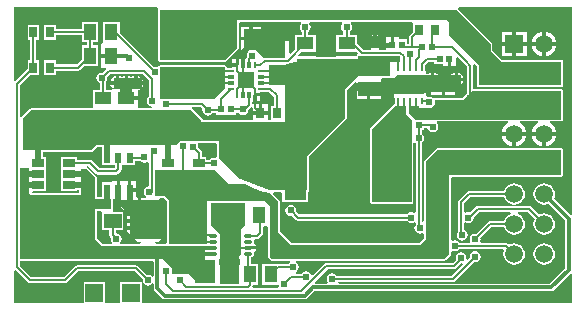
<source format=gtl>
%FSLAX25Y25*%
%MOIN*%
G70*
G01*
G75*
G04 Layer_Physical_Order=1*
G04 Layer_Color=255*
%ADD10R,0.02165X0.03740*%
%ADD11R,0.04400X0.05700*%
%ADD12R,0.06890X0.05709*%
%ADD13O,0.02953X0.01181*%
%ADD14R,0.05700X0.04400*%
%ADD15R,0.03937X0.02756*%
%ADD16R,0.02600X0.03800*%
%ADD17R,0.05709X0.05709*%
%ADD18R,0.00984X0.01969*%
%ADD19R,0.01181X0.01969*%
%ADD20R,0.01969X0.00984*%
%ADD21R,0.01969X0.01181*%
%ADD22R,0.08465X0.06299*%
%ADD23O,0.00945X0.02362*%
%ADD24R,0.02200X0.02400*%
%ADD25R,0.17700X0.07100*%
%ADD26R,0.07100X0.14200*%
%ADD27R,0.02400X0.02200*%
%ADD28R,0.05906X0.05906*%
%ADD29R,0.05906X0.04724*%
%ADD30C,0.00800*%
%ADD31C,0.00787*%
%ADD32C,0.01969*%
%ADD33C,0.01181*%
%ADD34C,0.03937*%
%ADD35C,0.02378*%
%ADD36C,0.05906*%
%ADD37R,0.05906X0.05906*%
G36*
X30461Y-48701D02*
X30394D01*
Y-53641D01*
X33759D01*
Y-53641D01*
X34134D01*
Y-53641D01*
X34797D01*
Y-54489D01*
X34607Y-54679D01*
X29546D01*
X26892Y-52025D01*
X26561Y-51804D01*
X26171Y-51727D01*
X21850D01*
Y-50768D01*
X16713D01*
Y-54724D01*
Y-58464D01*
Y-62204D01*
X21850D01*
Y-61842D01*
X22569D01*
Y-62923D01*
X7167Y-62923D01*
X7002Y-62704D01*
X7250Y-62204D01*
X11614D01*
Y-58464D01*
Y-54724D01*
Y-50768D01*
X10661D01*
Y-49262D01*
X26762D01*
X27221Y-49071D01*
X28606Y-47687D01*
X30461D01*
Y-48701D01*
D02*
G37*
G36*
X43189Y-52264D02*
X43780Y-52660D01*
X44478Y-52798D01*
X45176Y-52660D01*
X45502Y-52442D01*
X46002Y-52709D01*
Y-60578D01*
X45354Y-60707D01*
X44762Y-61102D01*
X44367Y-61694D01*
X44228Y-62392D01*
X44367Y-63090D01*
X44762Y-63682D01*
X45010Y-63847D01*
X44904Y-64378D01*
X44341Y-64490D01*
X44085Y-64661D01*
X43828Y-64490D01*
X43494Y-64423D01*
Y-65148D01*
X49426D01*
X49405Y-65116D01*
X49573Y-64616D01*
X50902Y-64616D01*
X52097Y-65810D01*
X52097Y-79352D01*
X51654Y-79852D01*
X48185D01*
X48136Y-79352D01*
X48946Y-79191D01*
X49730Y-78667D01*
X50083Y-78140D01*
X41236D01*
X41589Y-78667D01*
X42373Y-79191D01*
X43183Y-79352D01*
X43134Y-79852D01*
X36586Y-79852D01*
X36458Y-79649D01*
X36371Y-79352D01*
X36715Y-78838D01*
X36854Y-78140D01*
X36715Y-77442D01*
X36319Y-76850D01*
X35728Y-76455D01*
X35030Y-76316D01*
X34868Y-76183D01*
Y-75196D01*
X37401D01*
Y-69272D01*
X33976D01*
X33876Y-68772D01*
X33914Y-68757D01*
X34104Y-68297D01*
Y-64852D01*
X36178D01*
X36336Y-65148D01*
X42313D01*
Y-64416D01*
X41821Y-64040D01*
Y-62392D01*
X39557D01*
Y-61801D01*
X38967D01*
Y-58750D01*
X36408D01*
Y-61801D01*
X35226D01*
Y-58750D01*
X33553D01*
Y-59331D01*
X30394D01*
Y-64104D01*
X28592D01*
Y-57667D01*
X28402Y-57208D01*
X25646Y-54452D01*
X25187Y-54262D01*
X25196Y-53766D01*
X25749D01*
X28403Y-56420D01*
X28734Y-56641D01*
X29124Y-56718D01*
X35030D01*
X35420Y-56641D01*
X35750Y-56420D01*
X36538Y-55632D01*
X36759Y-55302D01*
X36836Y-54911D01*
Y-53641D01*
X37500D01*
Y-53641D01*
X37874D01*
Y-53641D01*
X41240D01*
Y-52191D01*
X43140D01*
X43189Y-52264D01*
D02*
G37*
G36*
X68632Y-46466D02*
X68632Y-50832D01*
X68613Y-50867D01*
X68132Y-51204D01*
X67707Y-51119D01*
X67009Y-51258D01*
X66417Y-51653D01*
X66368Y-51727D01*
X65157D01*
Y-50768D01*
X63608D01*
Y-49400D01*
X63531Y-49009D01*
X63310Y-48679D01*
X62381Y-47750D01*
X62444Y-47431D01*
X62305Y-46733D01*
X62224Y-46612D01*
X62492Y-46112D01*
X68278D01*
X68632Y-46466D01*
D02*
G37*
G36*
X131533Y-36604D02*
X133501Y-38573D01*
Y-65738D01*
X120463D01*
Y-41375D01*
X127989Y-33848D01*
X131533D01*
Y-36604D01*
D02*
G37*
G36*
X110291Y-5955D02*
X110419Y-6158D01*
X110506Y-6455D01*
X110162Y-6969D01*
X110024Y-7667D01*
X110162Y-8365D01*
X110558Y-8957D01*
X110828Y-9138D01*
Y-10176D01*
X108398D01*
Y-15776D01*
X115168D01*
X115594Y-16202D01*
X115476Y-16791D01*
X115325Y-16854D01*
X115151Y-17276D01*
X108398D01*
Y-17451D01*
X101518D01*
Y-17276D01*
X95863D01*
X95672Y-16814D01*
X96710Y-15776D01*
X101518D01*
Y-10176D01*
X99088D01*
Y-9138D01*
X99358Y-8957D01*
X99753Y-8365D01*
X99892Y-7667D01*
X99753Y-6969D01*
X99410Y-6455D01*
X99497Y-6158D01*
X99625Y-5955D01*
X110291D01*
D02*
G37*
G36*
X150874Y-19609D02*
X152120Y-20855D01*
Y-29619D01*
X150509Y-31230D01*
X147565D01*
Y-31055D01*
X140665D01*
X140665Y-31055D01*
Y-31055D01*
X140185Y-31037D01*
X140103Y-30983D01*
X139405Y-30844D01*
X138913Y-30941D01*
X138477Y-30661D01*
X138416Y-30576D01*
Y-29124D01*
X138209D01*
X137422Y-29911D01*
X127589D01*
Y-30935D01*
X127589D01*
X127972Y-31407D01*
Y-32354D01*
X127972Y-32825D01*
X127826Y-33267D01*
X127530Y-33389D01*
X120003Y-40916D01*
X119813Y-41375D01*
Y-65738D01*
X120003Y-66197D01*
X120463Y-66388D01*
X133501D01*
X133960Y-66197D01*
X134060Y-65958D01*
X134075D01*
Y-65921D01*
X134151Y-65738D01*
Y-46369D01*
X134651Y-46116D01*
X134844Y-46257D01*
Y-69228D01*
X134344Y-69496D01*
X134153Y-69368D01*
X133455Y-69229D01*
X132757Y-69368D01*
X132165Y-69763D01*
X131984Y-70034D01*
X96082D01*
X95058Y-69010D01*
X95121Y-68691D01*
X94982Y-67993D01*
X94587Y-67401D01*
X93995Y-67006D01*
X93297Y-66867D01*
X92599Y-67006D01*
X92007Y-67401D01*
X91612Y-67993D01*
X91473Y-68691D01*
X91612Y-69389D01*
X92007Y-69981D01*
X92599Y-70376D01*
X93297Y-70515D01*
X93616Y-70452D01*
X94938Y-71774D01*
X95269Y-71995D01*
X95660Y-72073D01*
X131984D01*
X132165Y-72343D01*
X132757Y-72738D01*
X133455Y-72877D01*
X134153Y-72738D01*
X134344Y-72611D01*
X134844Y-72878D01*
Y-73422D01*
X134526Y-73899D01*
X134387Y-74597D01*
X134526Y-75295D01*
X134921Y-75886D01*
X135513Y-76282D01*
X136211Y-76420D01*
X136909Y-76282D01*
X137030Y-76201D01*
X137530Y-76468D01*
Y-77871D01*
X135942Y-79459D01*
X93566D01*
X89616Y-75509D01*
X89616Y-65541D01*
X89426Y-65082D01*
X87453Y-63109D01*
X87644Y-62647D01*
X90021D01*
X90375Y-63001D01*
Y-65958D01*
X91272D01*
X91359Y-65994D01*
X98445D01*
X98532Y-65958D01*
X98675D01*
Y-65899D01*
X98905Y-65804D01*
X99095Y-65344D01*
Y-62529D01*
X99268Y-62457D01*
X99458Y-61998D01*
Y-50683D01*
X111897Y-38245D01*
X112087Y-37785D01*
Y-28606D01*
X114730Y-25963D01*
X115192Y-26154D01*
Y-27595D01*
X115768D01*
Y-25974D01*
X123254D01*
Y-24805D01*
X123692Y-24655D01*
X126415D01*
X126874Y-24465D01*
X126968Y-24238D01*
X127449Y-24384D01*
X127445Y-24399D01*
X127973D01*
X128760Y-23612D01*
X139981D01*
Y-22691D01*
X139647Y-22758D01*
X138916Y-23246D01*
X138416Y-23119D01*
Y-22274D01*
X138416D01*
X138033Y-21801D01*
Y-20384D01*
X137986Y-20150D01*
X139023Y-19114D01*
X141158D01*
Y-19900D01*
X143877D01*
Y-20481D01*
X145568D01*
Y-18100D01*
X146749D01*
Y-20481D01*
X148439D01*
Y-17827D01*
X148901Y-17636D01*
X150874Y-19609D01*
D02*
G37*
G36*
X129564Y-19281D02*
X126415D01*
Y-24006D01*
X115768D01*
X111437Y-28337D01*
Y-37785D01*
X98809Y-50414D01*
X98809Y-61998D01*
X98445D01*
Y-65344D01*
X91359D01*
Y-61998D01*
X85913D01*
X75668Y-57755D01*
X69282Y-51368D01*
X69282Y-45463D01*
X56683D01*
X55108Y-47037D01*
X28337D01*
X26762Y-48612D01*
X3927D01*
Y-37982D01*
X6683Y-35226D01*
X59833Y-35226D01*
X63376Y-38770D01*
X63770Y-39163D01*
X91359D01*
Y-26762D01*
X85869D01*
X85869Y-20457D01*
X86060Y-20266D01*
X91361D01*
X93020Y-19579D01*
X100452Y-18100D01*
X115785D01*
Y-17313D01*
X129564D01*
Y-19281D01*
D02*
G37*
G36*
X183455Y-38376D02*
X134879D01*
X132714Y-36211D01*
Y-33848D01*
X135863D01*
Y-34636D01*
X140194D01*
X142163Y-32667D01*
Y-31880D01*
X150778D01*
X153730Y-28927D01*
X183455D01*
Y-38376D01*
D02*
G37*
G36*
X46018Y-25216D02*
Y-30803D01*
X45748Y-30984D01*
X45352Y-31576D01*
X45213Y-32274D01*
X45352Y-32972D01*
X45748Y-33563D01*
X46339Y-33959D01*
X46933Y-34077D01*
X46884Y-34577D01*
X42210D01*
Y-31873D01*
X38179D01*
Y-30692D01*
X42210D01*
Y-28491D01*
X42647Y-28404D01*
X43042Y-28140D01*
X34242D01*
Y-26762D01*
X33124D01*
X33191Y-27096D01*
X33715Y-27880D01*
X33868Y-27983D01*
X33716Y-28483D01*
X31718D01*
Y-25701D01*
X31990Y-25295D01*
X32129Y-24597D01*
X32066Y-24278D01*
X33090Y-23254D01*
X44056D01*
X46018Y-25216D01*
D02*
G37*
G36*
X71302Y-27943D02*
X67759Y-31486D01*
X49649D01*
Y-20856D01*
X71302D01*
Y-27943D01*
D02*
G37*
G36*
X87606Y-30727D02*
Y-33711D01*
X86719D01*
Y-38514D01*
X85601D01*
Y-36801D01*
X80638D01*
Y-38514D01*
X64039D01*
X63835Y-38311D01*
X63835Y-38311D01*
X60302Y-34778D01*
X60304Y-34720D01*
X60416Y-34277D01*
X63197D01*
X63827Y-34908D01*
X63764Y-35226D01*
X63903Y-35924D01*
X64298Y-36516D01*
X64890Y-36911D01*
X65588Y-37050D01*
X66286Y-36911D01*
X66878Y-36516D01*
X67058Y-36246D01*
X68346D01*
Y-36830D01*
X75046D01*
Y-36049D01*
X75738D01*
X75918Y-36319D01*
X76510Y-36715D01*
X77208Y-36854D01*
X77906Y-36715D01*
X78498Y-36319D01*
X78893Y-35728D01*
X78931Y-35535D01*
X80094Y-34372D01*
X80138Y-34307D01*
X80638Y-34458D01*
Y-35620D01*
X82529D01*
Y-33130D01*
X80729D01*
X80435Y-32714D01*
X80549Y-32274D01*
X80751D01*
Y-30108D01*
X81342D01*
Y-29518D01*
X83015D01*
Y-29232D01*
X84895D01*
Y-29175D01*
X86053D01*
X87606Y-30727D01*
D02*
G37*
G36*
X159833Y-13179D02*
X159833Y-15541D01*
X163376Y-19085D01*
X183455D01*
Y-26959D01*
X155896D01*
X155896Y-20266D01*
X149990Y-14360D01*
X146053Y-10423D01*
X146053Y-6092D01*
X145266Y-5305D01*
X75234Y-5305D01*
Y-14557D01*
X71297Y-18494D01*
X49643D01*
Y-5305D01*
X49597D01*
Y-1762D01*
X148415D01*
X159833Y-13179D01*
D02*
G37*
G36*
X187008Y-70056D02*
X186508Y-70264D01*
X180929Y-64684D01*
X181168Y-64107D01*
X181290Y-63179D01*
X181168Y-62252D01*
X180810Y-61387D01*
X180241Y-60645D01*
X179498Y-60076D01*
X178634Y-59718D01*
X177707Y-59596D01*
X176779Y-59718D01*
X175915Y-60076D01*
X175173Y-60645D01*
X174603Y-61387D01*
X174245Y-62252D01*
X174123Y-63179D01*
X174245Y-64107D01*
X174603Y-64971D01*
X175173Y-65713D01*
X175915Y-66282D01*
X176779Y-66641D01*
X177707Y-66763D01*
X178634Y-66641D01*
X179212Y-66401D01*
X184810Y-71999D01*
Y-87873D01*
X179615Y-93068D01*
X109357D01*
X109074Y-92568D01*
X109087Y-92545D01*
X147234D01*
X147625Y-92468D01*
X147955Y-92247D01*
X154396Y-85806D01*
X154715Y-85869D01*
X155413Y-85730D01*
X156004Y-85335D01*
X156400Y-84743D01*
X156539Y-84045D01*
X156400Y-83347D01*
X156004Y-82756D01*
X155413Y-82360D01*
X154715Y-82221D01*
X154017Y-82360D01*
X153425Y-82756D01*
X153029Y-83347D01*
X152891Y-84045D01*
X152954Y-84364D01*
X152186Y-85132D01*
X151725Y-84886D01*
X151814Y-84439D01*
X151675Y-83741D01*
X151280Y-83149D01*
X150688Y-82754D01*
X149990Y-82615D01*
X149292Y-82754D01*
X148700Y-83149D01*
X148305Y-83741D01*
X148166Y-84439D01*
X148295Y-85086D01*
X147206Y-86175D01*
X105108D01*
X104718Y-86253D01*
X104387Y-86474D01*
X100595Y-90266D01*
X100117Y-90121D01*
X100101Y-90040D01*
X99705Y-89448D01*
X99113Y-89053D01*
X98415Y-88914D01*
X97717Y-89053D01*
X97126Y-89448D01*
X96945Y-89719D01*
X94948D01*
X94902Y-89594D01*
X94865Y-89219D01*
X95374Y-88878D01*
X95770Y-88287D01*
X95909Y-87589D01*
X95770Y-86891D01*
X95374Y-86299D01*
X94901Y-85982D01*
X95033Y-85482D01*
X144478D01*
X144938Y-85292D01*
X146512Y-83717D01*
X146703Y-83258D01*
Y-82374D01*
X147203Y-82106D01*
X147324Y-82187D01*
X148022Y-82326D01*
X148720Y-82187D01*
X149311Y-81792D01*
X149492Y-81522D01*
X164098D01*
X164376Y-81937D01*
X164245Y-82252D01*
X164123Y-83179D01*
X164245Y-84107D01*
X164603Y-84971D01*
X165173Y-85713D01*
X165915Y-86282D01*
X166779Y-86641D01*
X167707Y-86763D01*
X168634Y-86641D01*
X169498Y-86282D01*
X170241Y-85713D01*
X170810Y-84971D01*
X171168Y-84107D01*
X171290Y-83179D01*
X171168Y-82252D01*
X170810Y-81388D01*
X170241Y-80645D01*
X169498Y-80076D01*
X168634Y-79718D01*
X167707Y-79596D01*
X166779Y-79718D01*
X166007Y-80038D01*
X165751Y-79781D01*
X165420Y-79560D01*
X165030Y-79482D01*
X156570D01*
X156303Y-78982D01*
X156400Y-78838D01*
X156539Y-78140D01*
X156475Y-77821D01*
X160098Y-74199D01*
X164284D01*
X164603Y-74971D01*
X165173Y-75713D01*
X165915Y-76283D01*
X166779Y-76640D01*
X167707Y-76763D01*
X168634Y-76640D01*
X169498Y-76283D01*
X170241Y-75713D01*
X170810Y-74971D01*
X171168Y-74107D01*
X171290Y-73179D01*
X171168Y-72252D01*
X170810Y-71387D01*
X170241Y-70645D01*
X169498Y-70076D01*
X168873Y-69817D01*
X168973Y-69317D01*
X172403D01*
X174565Y-71480D01*
X174245Y-72252D01*
X174123Y-73179D01*
X174245Y-74107D01*
X174603Y-74971D01*
X175173Y-75713D01*
X175915Y-76283D01*
X176779Y-76640D01*
X177707Y-76763D01*
X178634Y-76640D01*
X179498Y-76283D01*
X180241Y-75713D01*
X180810Y-74971D01*
X181168Y-74107D01*
X181290Y-73179D01*
X181168Y-72252D01*
X180810Y-71387D01*
X180241Y-70645D01*
X179498Y-70076D01*
X178634Y-69718D01*
X177707Y-69596D01*
X176779Y-69718D01*
X176007Y-70038D01*
X173546Y-67576D01*
X173215Y-67355D01*
X172825Y-67278D01*
X155502D01*
X155112Y-67355D01*
X154781Y-67576D01*
X152999Y-69358D01*
X152351Y-69229D01*
X151653Y-69368D01*
X151510Y-69464D01*
X151010Y-69197D01*
Y-66357D01*
X153168Y-64199D01*
X164284D01*
X164603Y-64971D01*
X165173Y-65713D01*
X165915Y-66282D01*
X166779Y-66641D01*
X167707Y-66763D01*
X168634Y-66641D01*
X169498Y-66282D01*
X170241Y-65713D01*
X170810Y-64971D01*
X171168Y-64107D01*
X171290Y-63179D01*
X171168Y-62252D01*
X170810Y-61387D01*
X170241Y-60645D01*
X169498Y-60076D01*
X168634Y-59718D01*
X167707Y-59596D01*
X166779Y-59718D01*
X165915Y-60076D01*
X165173Y-60645D01*
X164603Y-61387D01*
X164284Y-62160D01*
X152746D01*
X152356Y-62237D01*
X152025Y-62458D01*
X149269Y-65214D01*
X149048Y-65545D01*
X148971Y-65935D01*
Y-75852D01*
X148697Y-76261D01*
X148558Y-76959D01*
X148697Y-77657D01*
X149093Y-78249D01*
X149685Y-78644D01*
X150383Y-78783D01*
X151081Y-78644D01*
X151672Y-78249D01*
X152068Y-77657D01*
X152207Y-76959D01*
X152068Y-76261D01*
X151672Y-75669D01*
X151081Y-75274D01*
X151010Y-75260D01*
Y-72910D01*
X151510Y-72643D01*
X151653Y-72739D01*
X152351Y-72877D01*
X153049Y-72739D01*
X153641Y-72343D01*
X154036Y-71751D01*
X154172Y-71069D01*
X155924Y-69317D01*
X166441D01*
X166540Y-69817D01*
X165915Y-70076D01*
X165173Y-70645D01*
X164603Y-71387D01*
X164284Y-72160D01*
X159675D01*
X159285Y-72237D01*
X158954Y-72458D01*
X155033Y-76379D01*
X154715Y-76316D01*
X154017Y-76455D01*
X153425Y-76850D01*
X153029Y-77442D01*
X152891Y-78140D01*
X153029Y-78838D01*
X153126Y-78982D01*
X152859Y-79482D01*
X149492D01*
X149311Y-79212D01*
X148720Y-78817D01*
X148022Y-78678D01*
X147324Y-78817D01*
X147203Y-78898D01*
X146703Y-78630D01*
X146703Y-57883D01*
X147056Y-57529D01*
X183455D01*
X183914Y-57339D01*
X184104Y-56880D01*
Y-48612D01*
X183914Y-48153D01*
X183455Y-47963D01*
X142116D01*
X141791Y-48097D01*
X141657Y-48153D01*
X137720Y-52090D01*
X137530Y-52549D01*
Y-72308D01*
X137030Y-72592D01*
X136883Y-72504D01*
Y-45949D01*
X137153Y-45768D01*
X137549Y-45176D01*
X137688Y-44478D01*
X137549Y-43780D01*
X137153Y-43189D01*
X136883Y-43008D01*
Y-41923D01*
X137663D01*
Y-41242D01*
X138818D01*
X138856Y-41436D01*
X139252Y-42028D01*
X139843Y-42423D01*
X140541Y-42562D01*
X141239Y-42423D01*
X141831Y-42028D01*
X142227Y-41436D01*
X142365Y-40738D01*
X142227Y-40040D01*
X141883Y-39525D01*
X141970Y-39229D01*
X142098Y-39025D01*
X165626D01*
X165725Y-39525D01*
X165622Y-39568D01*
X164758Y-40231D01*
X164096Y-41094D01*
X163679Y-42100D01*
X163615Y-42589D01*
X171799D01*
X171734Y-42100D01*
X171318Y-41094D01*
X170655Y-40231D01*
X169791Y-39568D01*
X169688Y-39525D01*
X169788Y-39025D01*
X175626D01*
X175725Y-39525D01*
X175622Y-39568D01*
X174758Y-40231D01*
X174096Y-41094D01*
X173679Y-42100D01*
X173615Y-42589D01*
X181799D01*
X181734Y-42100D01*
X181318Y-41094D01*
X180655Y-40231D01*
X179791Y-39568D01*
X179688Y-39525D01*
X179788Y-39025D01*
X183455D01*
X183914Y-38835D01*
X184104Y-38376D01*
Y-28927D01*
X183914Y-28468D01*
X183455Y-28278D01*
X154159D01*
Y-20433D01*
X154090Y-20086D01*
X154113Y-20058D01*
X154657Y-19946D01*
X155246Y-20535D01*
X155246Y-26959D01*
X155437Y-27418D01*
X155896Y-27608D01*
X183455D01*
X183914Y-27418D01*
X184104Y-26959D01*
Y-19085D01*
X183914Y-18625D01*
X183455Y-18435D01*
X163645D01*
X160482Y-15272D01*
X160482Y-13179D01*
Y-13179D01*
X160292Y-12720D01*
X149056Y-1484D01*
X149263Y-984D01*
X187008D01*
Y-70056D01*
D02*
G37*
G36*
X30296Y-69272D02*
Y-75196D01*
X32829D01*
Y-76959D01*
X32906Y-77349D01*
X33127Y-77680D01*
X33269Y-77821D01*
X33206Y-78140D01*
X33344Y-78838D01*
X33688Y-79352D01*
X33601Y-79649D01*
X33473Y-79852D01*
X30574D01*
X28592Y-77871D01*
Y-68947D01*
X29930D01*
X30296Y-69272D01*
D02*
G37*
G36*
X133534Y-5955D02*
X133953Y-6151D01*
Y-9110D01*
X132961Y-10102D01*
X132740Y-10433D01*
X132662Y-10823D01*
Y-13150D01*
X132127D01*
Y-11576D01*
X129408D01*
Y-10995D01*
X127717D01*
Y-13376D01*
X127127D01*
Y-13966D01*
X124846D01*
Y-15112D01*
X122669D01*
X122517Y-14612D01*
X122600Y-14557D01*
X119960D01*
X120043Y-14612D01*
X119891Y-15112D01*
X117388D01*
X115298Y-13022D01*
Y-10176D01*
X112867D01*
Y-9138D01*
X113137Y-8957D01*
X113533Y-8365D01*
X113672Y-7667D01*
X113533Y-6969D01*
X113189Y-6455D01*
X113276Y-6158D01*
X113405Y-5955D01*
X133534D01*
D02*
G37*
G36*
X183455Y-56880D02*
X146053D01*
X146053Y-83258D01*
X144478Y-84833D01*
X86998D01*
X86211Y-84045D01*
Y-67116D01*
X84636Y-65541D01*
X65345D01*
X65345Y-78534D01*
X65345Y-79715D01*
X64163Y-79715D01*
X52746Y-79715D01*
X52746Y-65541D01*
X51171Y-63967D01*
X48022Y-63967D01*
Y-55305D01*
X68100D01*
X72825Y-60030D01*
X77943Y-60030D01*
X79844Y-60817D01*
X83105Y-62168D01*
X86211Y-62786D01*
X88967Y-65541D01*
X88967Y-75778D01*
X93297Y-80108D01*
X136211D01*
X138179Y-78140D01*
Y-52549D01*
X142116Y-48612D01*
X183455D01*
Y-56880D01*
D02*
G37*
G36*
X85474Y-73716D02*
X85561Y-74180D01*
Y-84045D01*
X85751Y-84504D01*
X86539Y-85292D01*
X86998Y-85482D01*
X93137D01*
X93269Y-85982D01*
X92795Y-86299D01*
X92614Y-86569D01*
X89411D01*
Y-86501D01*
X83811D01*
Y-93401D01*
X89170D01*
X89249Y-93799D01*
X89370Y-93981D01*
X89103Y-94481D01*
X80660D01*
X80393Y-93981D01*
X80453Y-93891D01*
X80531Y-93501D01*
Y-93401D01*
X82311D01*
Y-86501D01*
X80045D01*
Y-84248D01*
X80376Y-84183D01*
X80770Y-83919D01*
X81033Y-83526D01*
X81125Y-83061D01*
X81033Y-82596D01*
X80976Y-82512D01*
X81189Y-82370D01*
X81580Y-81784D01*
X81600Y-81683D01*
X79026D01*
Y-80502D01*
X81600D01*
X81580Y-80401D01*
X81189Y-79815D01*
X80976Y-79673D01*
X81033Y-79589D01*
X81125Y-79124D01*
X81036Y-78675D01*
X81034Y-78658D01*
X81311Y-78175D01*
X82077D01*
X82467Y-78097D01*
X82798Y-77877D01*
X83782Y-76892D01*
X84003Y-76561D01*
X84081Y-76171D01*
Y-74069D01*
X84434Y-73716D01*
X85474D01*
D02*
G37*
G36*
X150328Y-86283D02*
X150563Y-86755D01*
X146812Y-90506D01*
X108547D01*
X108367Y-90236D01*
X107775Y-89840D01*
X107077Y-89702D01*
X106379Y-89840D01*
X105787Y-90236D01*
X105392Y-90828D01*
X105253Y-91526D01*
X105392Y-92224D01*
X105622Y-92568D01*
X105354Y-93068D01*
X101385D01*
X101178Y-92568D01*
X105531Y-88214D01*
X147628D01*
X148018Y-88137D01*
X148349Y-87916D01*
X149983Y-86282D01*
X150328Y-86283D01*
D02*
G37*
G36*
X47595Y-85836D02*
Y-90696D01*
X47095Y-90848D01*
X46949Y-90630D01*
X46358Y-90234D01*
X45660Y-90095D01*
X45341Y-90159D01*
X42443Y-87261D01*
X42113Y-87040D01*
X41723Y-86963D01*
X22037D01*
X21647Y-87040D01*
X21317Y-87261D01*
X17678Y-90900D01*
X6712D01*
X2978Y-87166D01*
Y-85590D01*
X3140Y-85482D01*
X47242Y-85482D01*
X47595Y-85836D01*
D02*
G37*
G36*
X77943Y-73809D02*
X76762Y-74990D01*
Y-83258D01*
X75974Y-84045D01*
Y-93100D01*
X69675D01*
X69675Y-76565D01*
X66526Y-73415D01*
X66526Y-66329D01*
X77943D01*
Y-73809D01*
D02*
G37*
G36*
X5568Y-92640D02*
X5899Y-92861D01*
X6289Y-92939D01*
X18100D01*
X18491Y-92861D01*
X18821Y-92640D01*
X22460Y-89002D01*
X41300D01*
X43899Y-91601D01*
X43835Y-91919D01*
X43974Y-92617D01*
X44370Y-93209D01*
X44961Y-93604D01*
X45660Y-93743D01*
X46358Y-93604D01*
X46949Y-93209D01*
X47095Y-92991D01*
X47595Y-93142D01*
Y-94675D01*
X47595Y-94675D01*
X47688Y-95140D01*
X47951Y-95534D01*
X50366Y-97949D01*
X50366Y-97949D01*
X50760Y-98212D01*
X50837Y-98228D01*
X51225Y-98305D01*
X51225Y-98305D01*
X97968D01*
X97968Y-98305D01*
X98433Y-98212D01*
X98826Y-97949D01*
X101280Y-95495D01*
X180118D01*
X180118Y-95495D01*
X180583Y-95403D01*
X180976Y-95140D01*
X186508Y-89608D01*
X187008Y-89815D01*
Y-99410D01*
X43504D01*
Y-92697D01*
X36398D01*
Y-99410D01*
X31299D01*
Y-92697D01*
X24193D01*
Y-99410D01*
X984D01*
Y-88763D01*
X1484Y-88556D01*
X5568Y-92640D01*
D02*
G37*
G36*
X49062Y-1484D02*
X48947Y-1762D01*
Y-5305D01*
X48994Y-5417D01*
Y-18494D01*
X49184Y-18953D01*
X49643Y-19143D01*
X71297D01*
X71621Y-19009D01*
X71756Y-18953D01*
X75693Y-15016D01*
X75883Y-14557D01*
Y-6308D01*
X76236Y-5955D01*
X96511D01*
X96640Y-6158D01*
X96727Y-6455D01*
X96383Y-6969D01*
X96244Y-7667D01*
X96383Y-8365D01*
X96778Y-8957D01*
X97049Y-9138D01*
Y-10176D01*
X94618D01*
Y-14984D01*
X93225Y-16377D01*
X92763Y-16186D01*
Y-12193D01*
X91375D01*
Y-17707D01*
X83895D01*
X81533Y-15344D01*
X79171D01*
X79045Y-15470D01*
X79188Y-15938D01*
X79061Y-16024D01*
X78665Y-16615D01*
X78526Y-17313D01*
X78594Y-17656D01*
X78431Y-17900D01*
X78391Y-18100D01*
X77995D01*
Y-20266D01*
X76814D01*
Y-18100D01*
X76027D01*
Y-20266D01*
X75436D01*
Y-20856D01*
X73763D01*
Y-21142D01*
X71952D01*
Y-20856D01*
X71762Y-20397D01*
X71302Y-20207D01*
X49649D01*
X49190Y-20397D01*
X49106Y-20600D01*
X48571Y-20830D01*
X48512Y-20826D01*
X47860Y-20696D01*
X47541Y-20760D01*
X36261Y-9480D01*
Y-5792D01*
X30661D01*
Y-12585D01*
X30661Y-12692D01*
X30403Y-13085D01*
X30080D01*
Y-16526D01*
X33461D01*
Y-17707D01*
X30080D01*
Y-21147D01*
X31623D01*
X31812Y-21647D01*
X30624Y-22836D01*
X30305Y-22772D01*
X29607Y-22911D01*
X29015Y-23307D01*
X28620Y-23898D01*
X28481Y-24597D01*
X28620Y-25295D01*
X29015Y-25886D01*
X29607Y-26282D01*
X29679Y-26296D01*
Y-28483D01*
X27249D01*
Y-34077D01*
X27235Y-34577D01*
X6683D01*
X6224Y-34767D01*
X3478Y-37513D01*
X3421Y-37511D01*
X2978Y-37399D01*
Y-26993D01*
X6418Y-23553D01*
X9376D01*
Y-18553D01*
X8496D01*
Y-11742D01*
X9376D01*
Y-6742D01*
X5576D01*
Y-11742D01*
X6457D01*
Y-18553D01*
X5576D01*
Y-21511D01*
X1484Y-25603D01*
X984Y-25396D01*
Y-984D01*
X48802D01*
X49062Y-1484D01*
D02*
G37*
G36*
X5896Y-62786D02*
X6683Y-63573D01*
X23219Y-63573D01*
Y-54911D01*
X25187D01*
X27943Y-57667D01*
Y-64754D01*
X33455D01*
Y-68297D01*
X27943D01*
Y-78140D01*
X30305Y-80502D01*
X64557Y-80502D01*
X64557Y-85226D01*
X68100Y-85226D01*
Y-92707D01*
X61408D01*
Y-91919D01*
X59439Y-89951D01*
X53534D01*
Y-87982D01*
X50384Y-84833D01*
X3140Y-84833D01*
Y-54518D01*
X5896D01*
Y-62786D01*
D02*
G37*
%LPC*%
G36*
X83015Y-30699D02*
X81932D01*
Y-32274D01*
X83015D01*
Y-30699D01*
D02*
G37*
G36*
X177707Y-79596D02*
X176779Y-79718D01*
X175915Y-80076D01*
X175173Y-80645D01*
X174603Y-81388D01*
X174245Y-82252D01*
X174123Y-83179D01*
X174245Y-84107D01*
X174603Y-84971D01*
X175173Y-85713D01*
X175915Y-86282D01*
X176779Y-86641D01*
X177707Y-86763D01*
X178634Y-86641D01*
X179498Y-86282D01*
X180241Y-85713D01*
X180810Y-84971D01*
X181168Y-84107D01*
X181290Y-83179D01*
X181168Y-82252D01*
X180810Y-81388D01*
X180241Y-80645D01*
X179498Y-80076D01*
X178634Y-79718D01*
X177707Y-79596D01*
D02*
G37*
G36*
X83710Y-33130D02*
Y-35620D01*
X85601D01*
Y-33130D01*
X83710D01*
D02*
G37*
G36*
X181799Y-43770D02*
X178297D01*
Y-47271D01*
X178786Y-47207D01*
X179791Y-46790D01*
X180655Y-46127D01*
X181318Y-45264D01*
X181734Y-44258D01*
X181799Y-43770D01*
D02*
G37*
G36*
X36512Y-67510D02*
X36864Y-68037D01*
X37648Y-68561D01*
X38149Y-68661D01*
X36998Y-67510D01*
X36512D01*
D02*
G37*
G36*
X39754Y-72825D02*
X38636D01*
X38702Y-73159D01*
X38874Y-73415D01*
X38702Y-73672D01*
X38636Y-74006D01*
X39754D01*
Y-72825D01*
D02*
G37*
G36*
Y-70463D02*
X38636D01*
X38702Y-70797D01*
X38874Y-71053D01*
X38702Y-71310D01*
X38636Y-71644D01*
X39754D01*
Y-70463D01*
D02*
G37*
G36*
X38633Y-69145D02*
X38646Y-69231D01*
X38636Y-69282D01*
X38770D01*
X38633Y-69145D01*
D02*
G37*
G36*
X41821Y-58750D02*
X40148D01*
Y-61211D01*
X41821D01*
Y-58750D01*
D02*
G37*
G36*
X171799Y-43770D02*
X168297D01*
Y-47271D01*
X168786Y-47207D01*
X169791Y-46790D01*
X170655Y-46127D01*
X171318Y-45264D01*
X171734Y-44258D01*
X171799Y-43770D01*
D02*
G37*
G36*
X177116D02*
X173615D01*
X173679Y-44258D01*
X174096Y-45264D01*
X174758Y-46127D01*
X175622Y-46790D01*
X176628Y-47207D01*
X177116Y-47271D01*
Y-43770D01*
D02*
G37*
G36*
X39754Y-75187D02*
X38636D01*
X38702Y-75521D01*
X39226Y-76305D01*
X39754Y-76658D01*
Y-75187D01*
D02*
G37*
G36*
X167116Y-43770D02*
X163615D01*
X163679Y-44258D01*
X164096Y-45264D01*
X164758Y-46127D01*
X165622Y-46790D01*
X166628Y-47207D01*
X167116Y-47271D01*
Y-43770D01*
D02*
G37*
G36*
X115768Y-28776D02*
X115192D01*
Y-31567D01*
X118632D01*
Y-30699D01*
X115768D01*
Y-28776D01*
D02*
G37*
G36*
X126536Y-10995D02*
X124846D01*
Y-12785D01*
X126536D01*
Y-10995D01*
D02*
G37*
G36*
X167116Y-9045D02*
X163573D01*
Y-12589D01*
X167116D01*
Y-9045D01*
D02*
G37*
G36*
X171841D02*
X168297D01*
Y-12589D01*
X171841D01*
Y-9045D01*
D02*
G37*
G36*
X77596Y-11998D02*
X76589D01*
Y-15170D01*
X77596Y-14163D01*
Y-11998D01*
D02*
G37*
G36*
X171841Y-13770D02*
X168297D01*
Y-17313D01*
X171841D01*
Y-13770D01*
D02*
G37*
G36*
X177116D02*
X173615D01*
X173679Y-14258D01*
X174096Y-15264D01*
X174758Y-16127D01*
X175622Y-16790D01*
X176628Y-17207D01*
X177116Y-17271D01*
Y-13770D01*
D02*
G37*
G36*
X181799D02*
X178297D01*
Y-17271D01*
X178786Y-17207D01*
X179791Y-16790D01*
X180655Y-16127D01*
X181318Y-15264D01*
X181734Y-14258D01*
X181799Y-13770D01*
D02*
G37*
G36*
X121871Y-10289D02*
Y-10620D01*
X122600D01*
X122205Y-10356D01*
X121871Y-10289D01*
D02*
G37*
G36*
X83352Y-7376D02*
X80561D01*
Y-8258D01*
X83352D01*
Y-7376D01*
D02*
G37*
G36*
X29161Y-5792D02*
X23561D01*
Y-8223D01*
X14876D01*
Y-6742D01*
X11076D01*
Y-11742D01*
X14876D01*
Y-10262D01*
X23561D01*
Y-12692D01*
X25342D01*
Y-13666D01*
X23561D01*
Y-18474D01*
X22002Y-20034D01*
X14876D01*
Y-18553D01*
X11076D01*
Y-23553D01*
X14876D01*
Y-22073D01*
X22424D01*
X22815Y-21995D01*
X23145Y-21774D01*
X24353Y-20566D01*
X29161D01*
Y-13666D01*
X27381D01*
Y-12692D01*
X29161D01*
Y-5792D01*
D02*
G37*
G36*
X120689Y-10289D02*
X120355Y-10356D01*
X119960Y-10620D01*
X120689D01*
Y-10289D01*
D02*
G37*
G36*
X177116Y-9087D02*
X176628Y-9152D01*
X175622Y-9568D01*
X174758Y-10231D01*
X174096Y-11094D01*
X173679Y-12100D01*
X173615Y-12589D01*
X177116D01*
Y-9087D01*
D02*
G37*
G36*
X178297D02*
Y-12589D01*
X181799D01*
X181734Y-12100D01*
X181318Y-11094D01*
X180655Y-10231D01*
X179791Y-9568D01*
X178786Y-9152D01*
X178297Y-9087D01*
D02*
G37*
G36*
X79380Y-7376D02*
X76589D01*
Y-10817D01*
X77596D01*
Y-8258D01*
X79380D01*
Y-7376D01*
D02*
G37*
G36*
X167116Y-13770D02*
X163573D01*
Y-17313D01*
X167116D01*
Y-13770D01*
D02*
G37*
G36*
X150744Y-25581D02*
X150020D01*
Y-26788D01*
X150154Y-26699D01*
X150678Y-25915D01*
X150744Y-25581D01*
D02*
G37*
G36*
X34833Y-23872D02*
X34499Y-23939D01*
X33715Y-24463D01*
X33191Y-25247D01*
X33124Y-25581D01*
X34242D01*
Y-24597D01*
X34833D01*
Y-23872D01*
D02*
G37*
G36*
X43691Y-24851D02*
Y-25581D01*
X44021D01*
X43955Y-25247D01*
X43691Y-24851D01*
D02*
G37*
G36*
X44021Y-26762D02*
X43691D01*
Y-27491D01*
X43955Y-27096D01*
X44021Y-26762D01*
D02*
G37*
G36*
X123254Y-30699D02*
X119814D01*
Y-31567D01*
X123254D01*
Y-30699D01*
D02*
G37*
G36*
X143524Y-29124D02*
X140084D01*
Y-30136D01*
X143524D01*
Y-29124D01*
D02*
G37*
G36*
X148146D02*
X144705D01*
Y-30136D01*
X148146D01*
Y-29124D01*
D02*
G37*
G36*
X141162Y-22691D02*
Y-23612D01*
X143524D01*
Y-23374D01*
X142342D01*
X142280Y-23281D01*
X141496Y-22758D01*
X141162Y-22691D01*
D02*
G37*
G36*
X147855D02*
X147521Y-22758D01*
X146737Y-23281D01*
X146675Y-23374D01*
X144705D01*
Y-23612D01*
X147855D01*
Y-22691D01*
D02*
G37*
G36*
X74846Y-18100D02*
X73763D01*
Y-19675D01*
X74846D01*
Y-18100D01*
D02*
G37*
G36*
X41132Y-23872D02*
X40798Y-23939D01*
X40148Y-24373D01*
X39498Y-23939D01*
X39163Y-23872D01*
Y-24597D01*
X41132D01*
Y-23872D01*
D02*
G37*
G36*
X42313D02*
Y-24597D01*
X43521D01*
X43431Y-24463D01*
X42647Y-23939D01*
X42313Y-23872D01*
D02*
G37*
G36*
X149036Y-22691D02*
Y-23612D01*
X150020D01*
Y-24399D01*
X150744D01*
X150678Y-24065D01*
X150154Y-23281D01*
X149370Y-22758D01*
X149036Y-22691D01*
D02*
G37*
G36*
X37982Y-23872D02*
X37648Y-23939D01*
X36998Y-24373D01*
X36348Y-23939D01*
X36014Y-23872D01*
Y-24597D01*
X37982D01*
Y-23872D01*
D02*
G37*
%LPD*%
D10*
X32077Y-61801D02*
D03*
X35817D02*
D03*
X39557D02*
D03*
Y-51171D02*
D03*
X35817D02*
D03*
X32077D02*
D03*
D11*
X61795Y-70266D02*
D03*
X68894D02*
D03*
X26361Y-17116D02*
D03*
X33461D02*
D03*
X82674Y-70266D02*
D03*
X75574D02*
D03*
X79511Y-89951D02*
D03*
X86611D02*
D03*
X33461Y-9242D02*
D03*
X26361D02*
D03*
X72831Y-89951D02*
D03*
X65732D02*
D03*
X79971Y-11407D02*
D03*
X72871D02*
D03*
D12*
X73219Y-80108D02*
D03*
D13*
X79026Y-77156D02*
D03*
Y-79124D02*
D03*
Y-81093D02*
D03*
Y-83061D02*
D03*
X67411D02*
D03*
Y-81093D02*
D03*
Y-79124D02*
D03*
Y-77156D02*
D03*
D14*
X30699Y-38383D02*
D03*
Y-31283D02*
D03*
X98068Y-12976D02*
D03*
Y-20076D02*
D03*
X111848Y-12976D02*
D03*
Y-20076D02*
D03*
X38179Y-31283D02*
D03*
Y-38383D02*
D03*
X88732Y-22674D02*
D03*
Y-15574D02*
D03*
X144115Y-33855D02*
D03*
Y-26755D02*
D03*
X119223Y-28186D02*
D03*
Y-21086D02*
D03*
D15*
X19282Y-60226D02*
D03*
Y-56486D02*
D03*
Y-52746D02*
D03*
X9045Y-60226D02*
D03*
Y-56486D02*
D03*
Y-52746D02*
D03*
X62589Y-60226D02*
D03*
Y-56486D02*
D03*
Y-52746D02*
D03*
X52352Y-60226D02*
D03*
Y-56486D02*
D03*
Y-52746D02*
D03*
D16*
X7476Y-21053D02*
D03*
X12976D02*
D03*
X7476Y-9242D02*
D03*
X12976D02*
D03*
X83119Y-36211D02*
D03*
X88619D02*
D03*
X135853Y-8652D02*
D03*
X141353D02*
D03*
D17*
X78389Y-25187D02*
D03*
D18*
X75436Y-20266D02*
D03*
X81342D02*
D03*
Y-30108D02*
D03*
X75436D02*
D03*
D19*
X77405Y-20266D02*
D03*
X79373D02*
D03*
Y-30108D02*
D03*
X77405D02*
D03*
D20*
X83310Y-22234D02*
D03*
Y-28140D02*
D03*
X73468D02*
D03*
Y-22234D02*
D03*
D21*
X83310Y-24203D02*
D03*
Y-26171D02*
D03*
X73468D02*
D03*
Y-24203D02*
D03*
D22*
X133002Y-26604D02*
D03*
D23*
X129065Y-21092D02*
D03*
X131034D02*
D03*
X133002D02*
D03*
X134971D02*
D03*
X136939D02*
D03*
Y-32116D02*
D03*
X134971D02*
D03*
X133002D02*
D03*
X131034D02*
D03*
X129065D02*
D03*
D24*
X73346Y-35030D02*
D03*
X70046D02*
D03*
X127127Y-13376D02*
D03*
X130427D02*
D03*
X146158Y-18100D02*
D03*
X142858D02*
D03*
X136953Y-14163D02*
D03*
X140253D02*
D03*
D25*
X58704Y-27750D02*
D03*
Y-14750D02*
D03*
D26*
X129925Y-58258D02*
D03*
X94525D02*
D03*
D27*
X135863Y-36923D02*
D03*
Y-40223D02*
D03*
D28*
X39951Y-96250D02*
D03*
X27746D02*
D03*
D29*
X46053Y-72234D02*
D03*
X33848D02*
D03*
X21644D02*
D03*
D30*
X60283Y-26171D02*
X62251Y-24203D01*
X58704Y-27750D02*
X60283Y-26171D01*
X73468D01*
X62251Y-24203D02*
X64220Y-22234D01*
X62251Y-24203D02*
X73468D01*
X64220Y-22234D02*
X73468D01*
X86657Y-20856D02*
X87675Y-21874D01*
X88732D01*
X83310Y-26171D02*
X87247D01*
X88732Y-24687D02*
Y-21874D01*
X87247Y-26171D02*
X88732Y-24687D01*
X86403Y-24203D02*
X88372Y-22234D01*
X83310Y-24203D02*
X86403D01*
X83310Y-22234D02*
X88372D01*
X77208Y-35030D02*
X77995D01*
X73346D02*
X77208D01*
X79373Y-33652D02*
Y-30108D01*
X77995Y-35030D02*
X79373Y-33652D01*
X70046Y-35030D02*
Y-31561D01*
X73468Y-28140D01*
X81342Y-34433D02*
Y-30108D01*
Y-34433D02*
X83119Y-36211D01*
X83310Y-28155D02*
X86476D01*
X88619Y-36211D02*
X88625Y-36205D01*
Y-30305D01*
X86476Y-28155D02*
X88625Y-30305D01*
X83310Y-28155D02*
Y-28140D01*
X140253Y-14163D02*
Y-9752D01*
X141353Y-8652D01*
X144115Y-33055D02*
X149239D01*
X146871Y-14163D02*
X151595Y-18888D01*
X140253Y-14163D02*
X146871D01*
X133682D02*
Y-10823D01*
X135853Y-8652D01*
X146083Y-24793D02*
X146158Y-24718D01*
Y-18100D01*
X121280Y-12588D02*
X122461D01*
X75436Y-30108D02*
X75452Y-30092D01*
Y-28124D01*
X81326Y-30092D02*
X81342Y-30108D01*
X81326Y-30092D02*
Y-28124D01*
X78389Y-25187D02*
X81326Y-28124D01*
X75452D02*
X78389Y-25187D01*
X77208Y-29911D02*
X77405Y-30108D01*
X77208Y-29911D02*
Y-26368D01*
X75436Y-20266D02*
X75452Y-20281D01*
Y-22250D02*
Y-20281D01*
Y-22250D02*
X77405Y-24203D01*
X78389Y-25187D01*
X75436Y-20266D02*
Y-17110D01*
X76021Y-16525D01*
X77405Y-20266D02*
Y-17122D01*
X77202Y-16919D02*
X77405Y-17122D01*
Y-24203D02*
Y-20266D01*
X129065Y-34531D02*
Y-32116D01*
Y-34531D02*
X129171Y-34636D01*
X131034Y-34347D02*
Y-32116D01*
X130745Y-34636D02*
X131034Y-34347D01*
X133002Y-34137D02*
Y-32116D01*
Y-34137D02*
X133501Y-34636D01*
X134971Y-34924D02*
Y-32116D01*
Y-34924D02*
X135076Y-35030D01*
X92269Y-18774D02*
X98068Y-12976D01*
X84781Y-18774D02*
X92269D01*
X81342Y-20266D02*
X83154D01*
X84781Y-18774D01*
X65588Y-35226D02*
X69849D01*
X70046Y-35030D01*
X98068Y-12976D02*
Y-7667D01*
X111848Y-12976D02*
Y-7667D01*
X122855Y-14163D02*
X127110D01*
X121280Y-12588D02*
X122855Y-14163D01*
X111848Y-12976D02*
X113810D01*
X116966Y-16132D01*
X122513Y-17795D02*
X129065D01*
X131034Y-21092D02*
Y-17368D01*
X116966Y-16132D02*
X129797D01*
X131034Y-17368D01*
X133002Y-21092D02*
Y-16631D01*
X133107Y-16525D01*
X132714Y-14163D02*
X133682D01*
X136953D01*
X136939Y-32116D02*
X138462D01*
X135863Y-44478D02*
Y-40223D01*
X79026Y-77156D02*
X82077D01*
X83061Y-76171D01*
Y-70653D01*
X82674Y-70266D02*
X83061Y-70653D01*
X61795Y-76165D02*
Y-70266D01*
X62589Y-76959D02*
X67215D01*
X67411Y-77156D01*
X64754Y-79124D02*
X67411D01*
X61795Y-76165D02*
X62589Y-76959D01*
X64754Y-79124D01*
X64951Y-89170D02*
X65732Y-89951D01*
X79026Y-89465D02*
Y-83061D01*
Y-89465D02*
X79511Y-89951D01*
X72831D02*
Y-80495D01*
X73219Y-80108D01*
X74203Y-81093D02*
X79026D01*
X73219Y-80108D02*
X74203Y-81093D01*
X75574Y-77753D02*
Y-70266D01*
X73219Y-80108D02*
X75574Y-77753D01*
X68894Y-70266D02*
X73219Y-74590D01*
Y-80108D02*
Y-74590D01*
X21644Y-72234D02*
Y-72234D01*
X33848Y-72234D02*
Y-71447D01*
X46053Y-72234D02*
X46447Y-71841D01*
X62589Y-69472D02*
Y-60226D01*
X61795Y-70266D02*
X62589Y-69472D01*
Y-60226D02*
Y-56486D01*
X52352Y-60226D02*
Y-56486D01*
X55108Y-68691D02*
X60220D01*
X61795Y-70266D01*
X35817Y-54911D02*
Y-51171D01*
X35030Y-55699D02*
X35817Y-54911D01*
X26171Y-52746D02*
X29124Y-55699D01*
X19282Y-52746D02*
X26171D01*
X29124Y-55699D02*
X35030D01*
X12976Y-9242D02*
X26361D01*
Y-17116D02*
Y-9242D01*
X12976Y-21053D02*
X22424D01*
X26361Y-17116D01*
X7476Y-21053D02*
Y-9242D01*
X6289Y-91919D02*
X18100D01*
X22037Y-87982D01*
X41723D01*
X45660Y-91919D01*
X44282Y-51171D02*
X44478Y-50974D01*
X39557Y-51171D02*
X44282D01*
X33848Y-76959D02*
X35030Y-78140D01*
X33848Y-76959D02*
Y-72234D01*
X1959Y-87589D02*
X6289Y-91919D01*
X30699Y-31283D02*
Y-24990D01*
X30305Y-24597D02*
X30699Y-24990D01*
X30305Y-24597D02*
X32667Y-22234D01*
X44478D01*
X47037Y-24793D01*
X1959Y-87589D02*
Y-26571D01*
X7476Y-21053D01*
X140026Y-40223D02*
X140541Y-40738D01*
X135863Y-40223D02*
X140026D01*
X135863Y-15253D02*
X136953Y-14163D01*
X135863Y-17513D02*
Y-15253D01*
X134971Y-18405D02*
X135863Y-17513D01*
X151595Y-18888D02*
X153140Y-20433D01*
Y-31289D02*
Y-20433D01*
X147628Y-87195D02*
X149990Y-84833D01*
Y-65935D02*
X152746Y-63179D01*
X167707D01*
X135863Y-74249D02*
Y-44478D01*
Y-74249D02*
X136211Y-74597D01*
X148022Y-80502D02*
X165030D01*
X167707Y-83179D01*
X149990Y-84833D02*
Y-84439D01*
Y-76565D02*
Y-65935D01*
X154715Y-78140D02*
X159675Y-73179D01*
X167707D01*
X62589Y-52746D02*
Y-49400D01*
X60620Y-47431D02*
X62589Y-49400D01*
X47037Y-32274D02*
Y-24793D01*
X51565Y-93100D02*
Y-88770D01*
X79511Y-93501D02*
Y-89951D01*
X78911Y-94100D02*
X79511Y-93501D01*
X58470Y-94100D02*
X78911D01*
X56289Y-91919D02*
X58470Y-94100D01*
X51565Y-93100D02*
X53965Y-95500D01*
X63619Y-33258D02*
X65588Y-35226D01*
X51582Y-33258D02*
X63619D01*
X51565Y-33275D02*
X51582Y-33258D01*
X47022Y-49612D02*
X47628Y-49006D01*
X47022Y-62392D02*
Y-49612D01*
X47021Y-62392D02*
X47022Y-62392D01*
X46052Y-62392D02*
X47021D01*
X149990Y-76565D02*
X150384Y-76959D01*
X150383D02*
X150384D01*
X62589Y-52746D02*
X67510D01*
X67707Y-52943D01*
X95660Y-71053D02*
X133455D01*
X152351Y-71448D02*
Y-71053D01*
X155502Y-68297D02*
X172825D01*
X177707Y-73179D01*
X152351Y-71448D02*
X155502Y-68297D01*
X93297Y-68691D02*
X95660Y-71053D01*
X86611Y-89951D02*
X88973Y-87589D01*
X94085D01*
X53965Y-95500D02*
X96803D01*
X105108Y-87195D01*
X147628D01*
X107077Y-91526D02*
X147234D01*
X154715Y-84045D01*
X93296Y-90738D02*
X98415D01*
X90934Y-93101D02*
X93296Y-90738D01*
X57471Y-56486D02*
Y-47254D01*
X57480Y-47252D02*
Y-47244D01*
X57471Y-47254D02*
X57480Y-47244D01*
X34582Y-9242D02*
X47860Y-22520D01*
X33461Y-9242D02*
X34582D01*
X79373Y-20266D02*
Y-18290D01*
X79751Y-17912D01*
X80350Y-17313D01*
D31*
X119223Y-21086D02*
X122513Y-17795D01*
X138603Y-18100D02*
X142858D01*
X136939Y-19764D02*
X138603Y-18100D01*
X136939Y-21092D02*
Y-19764D01*
X134971Y-21092D02*
Y-18405D01*
X129065Y-21092D02*
Y-17795D01*
X130410Y-14163D02*
X132714D01*
D32*
X35817Y-65541D02*
Y-61801D01*
Y-65541D02*
X36604Y-66329D01*
X39557Y-66526D02*
Y-61801D01*
X39360Y-66723D02*
X39557Y-66526D01*
X4715Y-56486D02*
X9045D01*
X4533Y-60226D02*
X9045D01*
X4337Y-60423D02*
X4533Y-60226D01*
X19282Y-56486D02*
X24400D01*
X25581Y-57667D01*
X19282Y-60226D02*
X25384D01*
X25581Y-60030D01*
X25384Y-60226D02*
X26959Y-61801D01*
X32077Y-64951D02*
Y-61801D01*
X9045Y-52746D02*
Y-47431D01*
X32077Y-51171D02*
Y-44478D01*
X32274Y-44282D01*
X52352Y-52746D02*
Y-43888D01*
X51959Y-43494D02*
X52352Y-43888D01*
D33*
X61998Y-81093D02*
X67411D01*
X61801Y-81289D02*
X61998Y-81093D01*
X61211Y-83061D02*
X67411D01*
X61014Y-83258D02*
X61211Y-83061D01*
X48809Y-94675D02*
Y-83652D01*
Y-94675D02*
X51225Y-97091D01*
X97968D01*
X100778Y-94282D01*
X33461Y-17116D02*
X38770D01*
X39370Y-17717D01*
X177707Y-63179D02*
X186024Y-71496D01*
Y-88376D02*
Y-71496D01*
X180118Y-94282D02*
X186024Y-88376D01*
X100778Y-94282D02*
X180118D01*
D34*
X38179Y-31283D02*
Y-28140D01*
D35*
X65588Y-35226D02*
D03*
X98068Y-7667D02*
D03*
X111848D02*
D03*
X94085Y-87589D02*
D03*
X135863Y-44478D02*
D03*
X133107Y-16525D02*
D03*
X30305Y-24597D02*
D03*
X69334Y-7077D02*
D03*
X77208Y-35030D02*
D03*
X84295Y-15344D02*
D03*
X88232Y-12195D02*
D03*
X84295D02*
D03*
X140571Y-24990D02*
D03*
X148445D02*
D03*
X132697Y-27943D02*
D03*
Y-24990D02*
D03*
X129745Y-27943D02*
D03*
X135650D02*
D03*
Y-24990D02*
D03*
X129745D02*
D03*
X121280Y-12588D02*
D03*
X79564Y-26362D02*
D03*
X77208Y-26368D02*
D03*
X77202Y-24006D02*
D03*
X79564D02*
D03*
X87832Y-25187D02*
D03*
X91375D02*
D03*
X92556Y-21250D02*
D03*
X139405Y-32668D02*
D03*
X45660Y-91919D02*
D03*
X56289Y-91919D02*
D03*
X44478Y-50974D02*
D03*
X60620Y-47431D02*
D03*
X38573Y-66329D02*
D03*
X35030Y-78140D02*
D03*
X31880Y-65935D02*
D03*
X27549Y-66329D02*
D03*
X25581Y-58848D02*
D03*
X4715Y-56486D02*
D03*
X4321Y-60423D02*
D03*
Y-64754D02*
D03*
X61408Y-89163D02*
D03*
X62982Y-82077D02*
D03*
X61408Y-85620D02*
D03*
X35423Y-26171D02*
D03*
X38573D02*
D03*
X41723D02*
D03*
X9045Y-47431D02*
D03*
X6683D02*
D03*
X11407D02*
D03*
X29911Y-45463D02*
D03*
X32274D02*
D03*
X34636D02*
D03*
X54715D02*
D03*
X52352D02*
D03*
X49990D02*
D03*
X33061Y-41132D02*
D03*
X30699D02*
D03*
X28337D02*
D03*
X40541D02*
D03*
X38179D02*
D03*
X35817D02*
D03*
X88573Y-55305D02*
D03*
Y-57667D02*
D03*
Y-60030D02*
D03*
X102352Y-24203D02*
D03*
X104715D02*
D03*
X107077D02*
D03*
X132274Y-49400D02*
D03*
X129911D02*
D03*
X127549D02*
D03*
X127155Y-39163D02*
D03*
X129518D02*
D03*
X131880D02*
D03*
X141723Y-37195D02*
D03*
X144085D02*
D03*
X146447D02*
D03*
X140541Y-40738D02*
D03*
X55896Y-22628D02*
D03*
X58258D02*
D03*
X60620D02*
D03*
X56289Y-9242D02*
D03*
X58652D02*
D03*
X61014D02*
D03*
X69282Y-14754D02*
D03*
Y-12392D02*
D03*
Y-10030D02*
D03*
X57471Y-67904D02*
D03*
Y-70266D02*
D03*
Y-72628D02*
D03*
Y-56486D02*
D03*
Y-58848D02*
D03*
Y-61211D02*
D03*
X63770Y-76171D02*
D03*
Y-78534D02*
D03*
X70069Y-74597D02*
D03*
X72431D02*
D03*
X74793D02*
D03*
X70463Y-86014D02*
D03*
X72825D02*
D03*
X75187D02*
D03*
X70856Y-78534D02*
D03*
X73219D02*
D03*
X75581D02*
D03*
X70856Y-81683D02*
D03*
X73219D02*
D03*
X75581D02*
D03*
X43297Y-76959D02*
D03*
X45660D02*
D03*
X48022D02*
D03*
X19282Y-77352D02*
D03*
X21644D02*
D03*
X24006D02*
D03*
X19675Y-67510D02*
D03*
X22037D02*
D03*
X24400D02*
D03*
X16132Y-74597D02*
D03*
Y-72234D02*
D03*
Y-69872D02*
D03*
X40935Y-74597D02*
D03*
Y-72234D02*
D03*
Y-69872D02*
D03*
X47628Y-66723D02*
D03*
X45266D02*
D03*
X42904D02*
D03*
X91723Y-49400D02*
D03*
X94085D02*
D03*
X96447D02*
D03*
X124006Y-59636D02*
D03*
Y-57274D02*
D03*
Y-54911D02*
D03*
X160620Y-31289D02*
D03*
Y-33652D02*
D03*
Y-36014D02*
D03*
X153140Y-31289D02*
D03*
Y-33652D02*
D03*
Y-36014D02*
D03*
X157077Y-31289D02*
D03*
Y-33652D02*
D03*
Y-36014D02*
D03*
Y-25384D02*
D03*
Y-23022D02*
D03*
Y-20660D02*
D03*
X160620Y-25384D02*
D03*
Y-23022D02*
D03*
Y-20660D02*
D03*
X71250Y-3337D02*
D03*
X75187D02*
D03*
X79124D02*
D03*
X83061D02*
D03*
X86998D02*
D03*
X90935D02*
D03*
X94872D02*
D03*
X98809D02*
D03*
X102746D02*
D03*
X106683D02*
D03*
X110620D02*
D03*
X114557D02*
D03*
X118494D02*
D03*
X122431D02*
D03*
X126368D02*
D03*
X130305D02*
D03*
X134242D02*
D03*
X138179D02*
D03*
X142116D02*
D03*
X146053D02*
D03*
X148022Y-5305D02*
D03*
X149990Y-7274D02*
D03*
X67313Y-3337D02*
D03*
X157077Y-55305D02*
D03*
Y-52943D02*
D03*
Y-50581D02*
D03*
X153140Y-55305D02*
D03*
Y-52943D02*
D03*
Y-50581D02*
D03*
X160620Y-55305D02*
D03*
Y-52943D02*
D03*
Y-50581D02*
D03*
X142510Y-82077D02*
D03*
X138573D02*
D03*
X134636D02*
D03*
X130699D02*
D03*
X126762D02*
D03*
X122825D02*
D03*
X118888D02*
D03*
X114951D02*
D03*
X87392D02*
D03*
X91329D02*
D03*
X95266D02*
D03*
X99203D02*
D03*
X103140D02*
D03*
X107077D02*
D03*
X111014D02*
D03*
X87392Y-75778D02*
D03*
Y-71447D02*
D03*
Y-67116D02*
D03*
X85030Y-64360D02*
D03*
X81486Y-63967D02*
D03*
X88967Y-78927D02*
D03*
X136211Y-74597D02*
D03*
X148022Y-80502D02*
D03*
X149990Y-84439D02*
D03*
X150383Y-76959D02*
D03*
X154715Y-84045D02*
D03*
Y-78140D02*
D03*
X47037Y-32274D02*
D03*
X51565Y-88770D02*
D03*
Y-33275D02*
D03*
X47628Y-49006D02*
D03*
X46052Y-62392D02*
D03*
X67707Y-52943D02*
D03*
X133455Y-71053D02*
D03*
X152351Y-71053D02*
D03*
X93297Y-68691D02*
D03*
X90934Y-93101D02*
D03*
X107077Y-91526D02*
D03*
X98415Y-90738D02*
D03*
X57480Y-47252D02*
D03*
X47860Y-22520D02*
D03*
X39370Y-17717D02*
D03*
X80350Y-17313D02*
D03*
D36*
X177707Y-83179D02*
D03*
X167707D02*
D03*
X177707Y-73179D02*
D03*
X167707D02*
D03*
X177707Y-63179D02*
D03*
X167707D02*
D03*
X177707Y-53179D02*
D03*
X167707D02*
D03*
X177707Y-43179D02*
D03*
X167707D02*
D03*
X177707Y-33179D02*
D03*
X167707D02*
D03*
X177707Y-23179D02*
D03*
X167707D02*
D03*
X177707Y-13179D02*
D03*
D37*
X167707D02*
D03*
M02*

</source>
